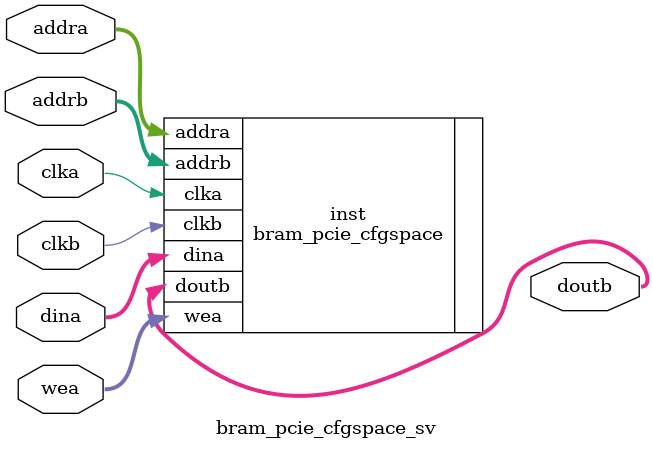
<source format=sv>


`timescale 1ps / 1ps

`include "vivado_interfaces.svh"

module bram_pcie_cfgspace_sv (
  (* X_INTERFACE_IGNORE = "true" *)
  input wire clka,
  (* X_INTERFACE_IGNORE = "true" *)
  input wire [3:0] wea,
  (* X_INTERFACE_IGNORE = "true" *)
  input wire [9:0] addra,
  (* X_INTERFACE_IGNORE = "true" *)
  input wire [31:0] dina,
  (* X_INTERFACE_IGNORE = "true" *)
  input wire clkb,
  (* X_INTERFACE_IGNORE = "true" *)
  input wire [9:0] addrb,
  (* X_INTERFACE_IGNORE = "true" *)
  output wire [31:0] doutb
);

  bram_pcie_cfgspace inst (
    .clka(clka),
    .wea(wea),
    .addra(addra),
    .dina(dina),
    .clkb(clkb),
    .addrb(addrb),
    .doutb(doutb)
  );

endmodule

</source>
